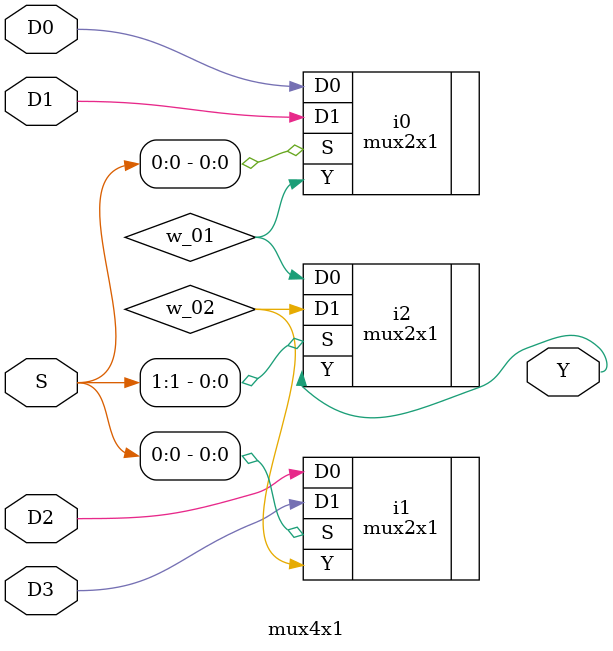
<source format=v>
module mux4x1 (
    input [1:0] S,
    input D0, D1,
    input D2, D3,
    output Y
);

    wire w_01, w_02;

    mux2x1 i0 (.S(S[0]),.D0(D0), .D1(D1), .Y(w_01));
    mux2x1 i1 (.S(S[0]),.D0(D2), .D1(D3), .Y(w_02));
    mux2x1 i2 (.S(S[1]),.D0(w_01), .D1(w_02), .Y(Y));
    
endmodule
</source>
